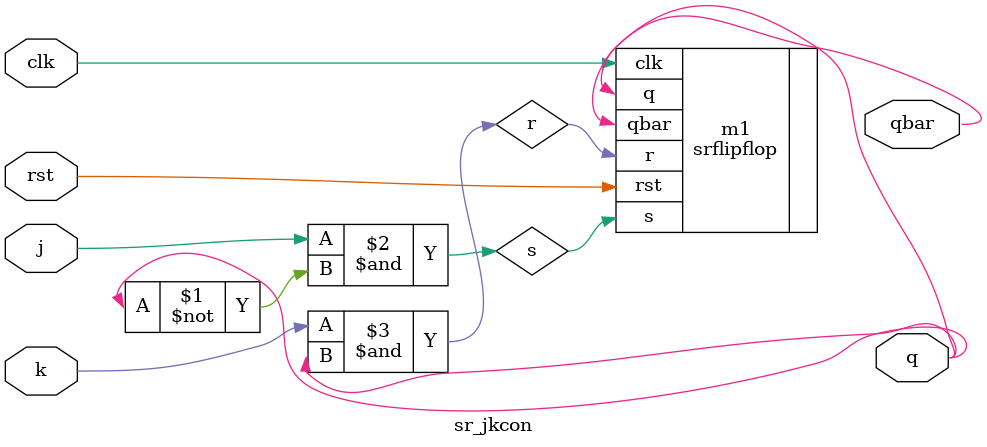
<source format=v>
module sr_jkcon(j,k,clk,rst,q,qbar);
input j,k,clk,rst;
output q;
output qbar;
wire s,r;
assign s=j&~q;
assign r=k&q;
srflipflop m1(.s(s),.r(r),.clk(clk),.rst(rst),.q(q),.qbar(qbar));
endmodule

</source>
